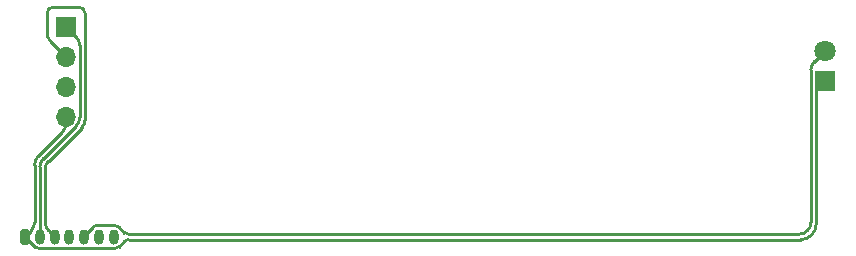
<source format=gbr>
%TF.GenerationSoftware,KiCad,Pcbnew,(6.0.5)*%
%TF.CreationDate,2022-06-15T23:09:50+02:00*%
%TF.ProjectId,plate-SI,706c6174-652d-4534-992e-6b696361645f,rev?*%
%TF.SameCoordinates,Original*%
%TF.FileFunction,Copper,L2,Bot*%
%TF.FilePolarity,Positive*%
%FSLAX46Y46*%
G04 Gerber Fmt 4.6, Leading zero omitted, Abs format (unit mm)*
G04 Created by KiCad (PCBNEW (6.0.5)) date 2022-06-15 23:09:50*
%MOMM*%
%LPD*%
G01*
G04 APERTURE LIST*
G04 Aperture macros list*
%AMRoundRect*
0 Rectangle with rounded corners*
0 $1 Rounding radius*
0 $2 $3 $4 $5 $6 $7 $8 $9 X,Y pos of 4 corners*
0 Add a 4 corners polygon primitive as box body*
4,1,4,$2,$3,$4,$5,$6,$7,$8,$9,$2,$3,0*
0 Add four circle primitives for the rounded corners*
1,1,$1+$1,$2,$3*
1,1,$1+$1,$4,$5*
1,1,$1+$1,$6,$7*
1,1,$1+$1,$8,$9*
0 Add four rect primitives between the rounded corners*
20,1,$1+$1,$2,$3,$4,$5,0*
20,1,$1+$1,$4,$5,$6,$7,0*
20,1,$1+$1,$6,$7,$8,$9,0*
20,1,$1+$1,$8,$9,$2,$3,0*%
G04 Aperture macros list end*
%TA.AperFunction,ComponentPad*%
%ADD10R,1.700000X1.700000*%
%TD*%
%TA.AperFunction,ComponentPad*%
%ADD11O,1.700000X1.700000*%
%TD*%
%TA.AperFunction,ComponentPad*%
%ADD12R,1.800000X1.800000*%
%TD*%
%TA.AperFunction,ComponentPad*%
%ADD13C,1.800000*%
%TD*%
%TA.AperFunction,ComponentPad*%
%ADD14RoundRect,0.200000X-0.200000X-0.450000X0.200000X-0.450000X0.200000X0.450000X-0.200000X0.450000X0*%
%TD*%
%TA.AperFunction,ComponentPad*%
%ADD15O,0.800000X1.300000*%
%TD*%
%TA.AperFunction,Conductor*%
%ADD16C,0.250000*%
%TD*%
G04 APERTURE END LIST*
D10*
%TO.P,J2,1,Pin_1*%
%TO.N,SDA*%
X-300000Y27612500D03*
D11*
%TO.P,J2,2,Pin_2*%
%TO.N,SCL*%
X-300000Y25072500D03*
%TO.P,J2,3,Pin_3*%
%TO.N,+VSW*%
X-300000Y22532500D03*
%TO.P,J2,4,Pin_4*%
%TO.N,GND*%
X-300000Y19992500D03*
%TD*%
D12*
%TO.P,D8,1,K*%
%TO.N,GND*%
X64000000Y23025000D03*
D13*
%TO.P,D8,2,A*%
%TO.N,LED_CHG*%
X64000000Y25565000D03*
%TD*%
D14*
%TO.P,J1,1,Pin_1*%
%TO.N,GND*%
X-3750000Y9800000D03*
D15*
%TO.P,J1,2,Pin_2*%
%TO.N,SDA*%
X-2500000Y9800000D03*
%TO.P,J1,3,Pin_3*%
%TO.N,SCL*%
X-1250000Y9800000D03*
%TO.P,J1,4,Pin_4*%
%TO.N,P1.09*%
X0Y9800000D03*
%TO.P,J1,5,Pin_5*%
%TO.N,LED_CHG*%
X1250000Y9800000D03*
%TO.P,J1,6,Pin_6*%
%TO.N,VDDH*%
X2500000Y9800000D03*
%TO.P,J1,7,Pin_7*%
%TO.N,+VSW*%
X3750000Y9800000D03*
%TD*%
D16*
%TO.N,GND*%
X-2592999Y8825480D02*
X3842999Y8825480D01*
X-3750000Y9800000D02*
X-3750000Y9775374D01*
X-2656627Y16610581D02*
X-592893Y18674315D01*
X-2949520Y11039320D02*
X-2949520Y15903474D01*
X-3750000Y9800000D02*
X-3750000Y9824626D01*
X63225009Y10875000D02*
X63225009Y22250009D01*
X-300000Y19381422D02*
X-300000Y19992500D01*
X-3750000Y9824626D02*
X-3242413Y10332213D01*
X63225009Y22250009D02*
X64000000Y23025000D01*
X4196553Y8971927D02*
X4653180Y9428554D01*
X-3750000Y9775374D02*
X-2946552Y8971926D01*
X5006733Y9575000D02*
X61925009Y9575000D01*
X-2656627Y16610581D02*
G75*
G03*
X-2949520Y15903474I707101J-707104D01*
G01*
X-2949521Y11039320D02*
G75*
G02*
X-3242414Y10332214I-999993J-3D01*
G01*
X-300001Y19381422D02*
G75*
G02*
X-592894Y18674316I-999993J-3D01*
G01*
X63225000Y10875000D02*
G75*
G02*
X61925009Y9575000I-1300000J0D01*
G01*
X3842999Y8825487D02*
G75*
G03*
X4196553Y8971927I1J500013D01*
G01*
X5006733Y9574976D02*
G75*
G03*
X4653181Y9428553I-33J-499976D01*
G01*
X-2946552Y8971926D02*
G75*
G03*
X-2592999Y8825480I353553J353556D01*
G01*
%TO.N,SDA*%
X-2207107Y16424383D02*
X581618Y19213108D01*
X874511Y19920215D02*
X874511Y26023775D01*
X-2500000Y9800000D02*
X-2500000Y15717276D01*
X581618Y26730882D02*
X-300000Y27612500D01*
X874510Y19920215D02*
G75*
G02*
X581617Y19213109I-999993J-3D01*
G01*
X-2499999Y15717276D02*
G75*
G02*
X-2207106Y16424382I999993J3D01*
G01*
X874510Y26023775D02*
G75*
G03*
X581617Y26730881I-999993J3D01*
G01*
%TO.N,SCL*%
X-1250000Y9824626D02*
X-1757587Y10332213D01*
X-1250000Y9800000D02*
X-1250000Y9824626D01*
X824031Y29250000D02*
X-1400000Y29250000D01*
X1324031Y19734018D02*
X1324031Y28750000D01*
X-1900000Y28750000D02*
X-1900000Y27086714D01*
X-1607107Y26379607D02*
X-300000Y25072500D01*
X-1757587Y16238186D02*
X1031138Y19026911D01*
X-2050480Y11039320D02*
X-2050480Y15531079D01*
X-1757587Y16238186D02*
G75*
G03*
X-2050480Y15531079I707101J-707104D01*
G01*
X-1900000Y28750000D02*
G75*
G02*
X-1400000Y29250000I500001J-1D01*
G01*
X1324035Y19734018D02*
G75*
G02*
X1031138Y19026911I-999995J2D01*
G01*
X-1607107Y26379607D02*
G75*
G02*
X-1900000Y27086714I707106J707106D01*
G01*
X-2050479Y11039320D02*
G75*
G03*
X-1757586Y10332214I999993J-3D01*
G01*
X824031Y29250001D02*
G75*
G02*
X1324031Y28750000I-1J-500001D01*
G01*
%TO.N,LED_CHG*%
X1250000Y9900000D02*
X1978074Y10628074D01*
X5007213Y10024520D02*
X61775489Y10024520D01*
X4196553Y10628073D02*
X4653660Y10170966D01*
X2331627Y10774520D02*
X3842999Y10774520D01*
X63068382Y24633382D02*
X64000000Y25565000D01*
X1250000Y9800000D02*
X1250000Y9900000D01*
X62775489Y11024520D02*
X62775489Y23926275D01*
X61775489Y10024511D02*
G75*
G03*
X62775489Y11024520I11J999989D01*
G01*
X5007213Y10024524D02*
G75*
G02*
X4653661Y10170967I-13J499976D01*
G01*
X2331627Y10774495D02*
G75*
G03*
X1978074Y10628074I-27J-499995D01*
G01*
X63068367Y24633397D02*
G75*
G03*
X62775489Y23926275I707133J-707097D01*
G01*
X3842999Y10774513D02*
G75*
G02*
X4196553Y10628073I1J-500013D01*
G01*
%TD*%
M02*

</source>
